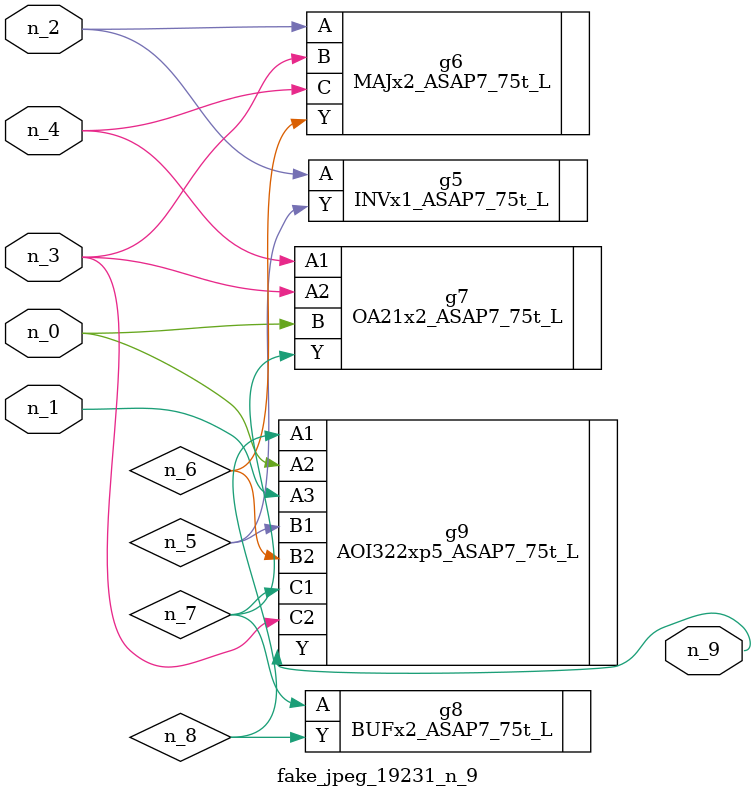
<source format=v>
module fake_jpeg_19231_n_9 (n_3, n_2, n_1, n_0, n_4, n_9);

input n_3;
input n_2;
input n_1;
input n_0;
input n_4;

output n_9;

wire n_8;
wire n_6;
wire n_5;
wire n_7;

INVx1_ASAP7_75t_L g5 ( 
.A(n_2),
.Y(n_5)
);

MAJx2_ASAP7_75t_L g6 ( 
.A(n_2),
.B(n_3),
.C(n_4),
.Y(n_6)
);

OA21x2_ASAP7_75t_L g7 ( 
.A1(n_4),
.A2(n_3),
.B(n_0),
.Y(n_7)
);

BUFx2_ASAP7_75t_L g8 ( 
.A(n_7),
.Y(n_8)
);

AOI322xp5_ASAP7_75t_L g9 ( 
.A1(n_8),
.A2(n_0),
.A3(n_1),
.B1(n_5),
.B2(n_6),
.C1(n_7),
.C2(n_3),
.Y(n_9)
);


endmodule
</source>
